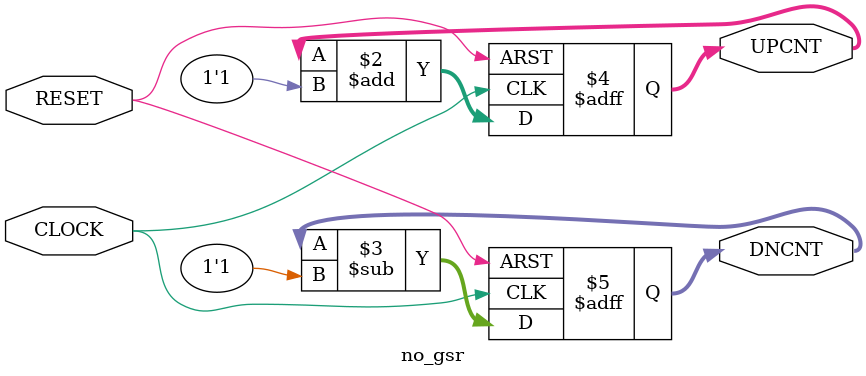
<source format=v>
/* NO_GSR Example 
 * The signal RESET initializes all registers 
 * December 2001 */ 
 
module no_gsr ( CLOCK, RESET, UPCNT, DNCNT); 
 
input CLOCK, RESET; 
output [3:0] UPCNT; 
output [3:0] DNCNT; 
 
reg [3:0] UPCNT; 
reg [3:0] DNCNT;
 
always @ (posedge CLOCK or posedge RESET) begin 
       if (RESET) begin  
           UPCNT = 4'b0000; 
           DNCNT = 4'b1111; 
 end else begin 
 
               UPCNT = UPCNT + 1'b1;
        DNCNT = DNCNT - 1'b1; 
 end 
end 
endmodule 

</source>
